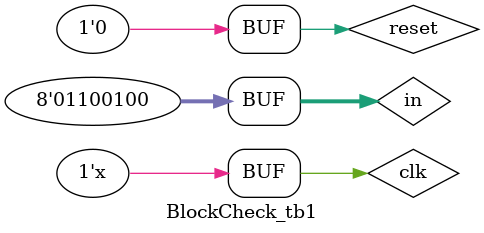
<source format=v>
`timescale 1ns / 1ps


module BlockCheck_tb1;

	// Inputs
	reg clk;
	reg reset;
	reg [7:0] in;

	// Outputs
	wire result;

	// Instantiate the Unit Under Test (UUT)
	BlockChecker uut (
		.clk(clk), 
		.reset(reset), 
		.in(in), 
		.result(result)
	);

	initial begin
		// Initialize Inputs
		  clk = 0;
		  reset = 1'b1;
        #0 in = "e";
		  #5 reset = 1'b0;
        #20 in = "n";
        #20 in = "d";
        #20 in = " ";
        #20 in = "o";
        #20 in = " ";
        #20 in = "w";
        #20 in = "o";
        #20 in = "r";
        #20 in = "l";
        #20 in = "d";
        #20 in = " ";
        #20 in = "b";
        #20 in = "e";
        #20 in = "g";
        #20 in = "i";
        #20 in = "n";
        #20 in = " ";
        #20 in = "c";
        #20 in = "o";
        #20 in = "m";
        #20 in = "P";
        #20 in = "u";
        #20 in = "T";
        #20 in = "e";
        #20 in = "r";
        #20 in = " ";
        #20 in = "o";
        #20 in = "r";
        #20 in = "G";
        #20 in = "A";
        #20 in = "N";
        #20 in = "i";
        #20 in = "z";
        #20 in = "a";
        #20 in = "t";
        #20 in = "i";
        #20 in = "o";
        #20 in = "n";
        #20 in = " ";
        #20 in = "E";
        #20 in = "n";
        #20 in = "d";

	end

always #10 clk = ~clk;
      
endmodule


</source>
